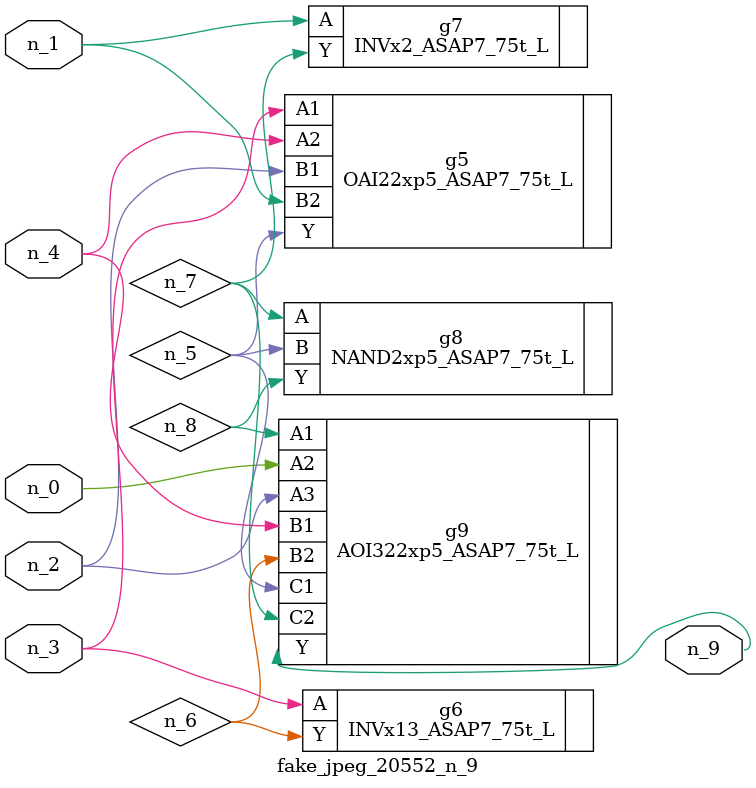
<source format=v>
module fake_jpeg_20552_n_9 (n_3, n_2, n_1, n_0, n_4, n_9);

input n_3;
input n_2;
input n_1;
input n_0;
input n_4;

output n_9;

wire n_8;
wire n_6;
wire n_5;
wire n_7;

OAI22xp5_ASAP7_75t_L g5 ( 
.A1(n_3),
.A2(n_4),
.B1(n_2),
.B2(n_1),
.Y(n_5)
);

INVx13_ASAP7_75t_L g6 ( 
.A(n_3),
.Y(n_6)
);

INVx2_ASAP7_75t_L g7 ( 
.A(n_1),
.Y(n_7)
);

NAND2xp5_ASAP7_75t_L g8 ( 
.A(n_7),
.B(n_5),
.Y(n_8)
);

AOI322xp5_ASAP7_75t_L g9 ( 
.A1(n_8),
.A2(n_0),
.A3(n_2),
.B1(n_4),
.B2(n_6),
.C1(n_5),
.C2(n_7),
.Y(n_9)
);


endmodule
</source>
